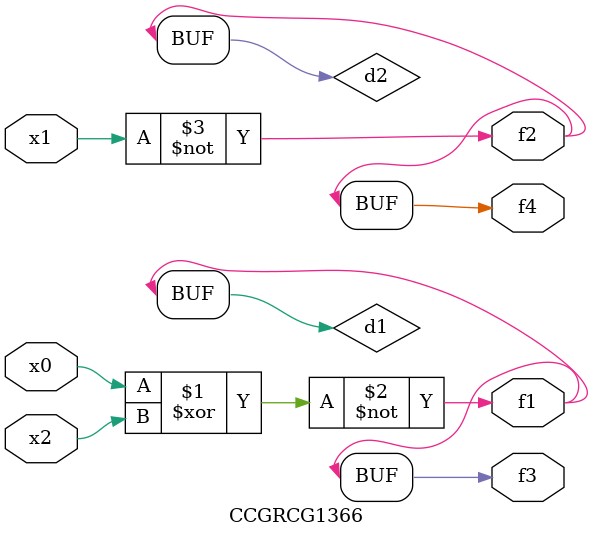
<source format=v>
module CCGRCG1366(
	input x0, x1, x2,
	output f1, f2, f3, f4
);

	wire d1, d2, d3;

	xnor (d1, x0, x2);
	nand (d2, x1);
	nor (d3, x1, x2);
	assign f1 = d1;
	assign f2 = d2;
	assign f3 = d1;
	assign f4 = d2;
endmodule

</source>
